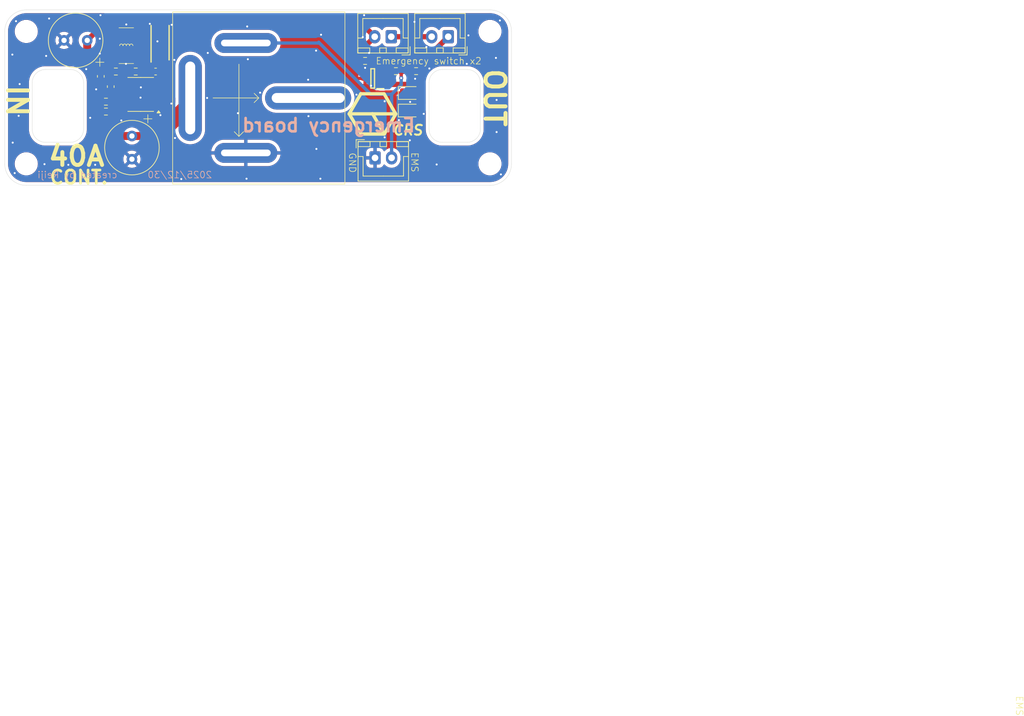
<source format=kicad_pcb>
(kicad_pcb (version 20240108) (generator "pcbnew") (generator_version "8.0")
  (layers (0 "F.Cu" signal) (31 "B.Cu" signal) (34 "B.Paste" user) (35 "F.Paste" user) (36 "B.SilkS" user "B.Silkscreen") (37 "F.SilkS" user "F.Silkscreen") (38 "B.Mask" user) (39 "F.Mask" user) (44 "Edge.Cuts" user))
  (net 0 "")
  (net 1 "GND")
  (net 2 "Net-(U1-TC)")
  (net 3 "Net-(J1-Pin_2)")
  (net 4 "24V")
  (net 5 "Net-(D1-K)")
  (net 6 "Net-(D2-A)")
  (net 7 "Net-(D3-A)")
  (net 8 "Net-(J1-Pin_1)")
  (net 9 "Net-(J2-Pin_2)")
  (net 10 "Net-(Q1-B)")
  (net 11 "Net-(U1-DC)")
  (net 12 "Net-(U1-Vfb)")
  (footprint "Capacitor_SMD:C_0603_1608Metric" (layer "F.Cu") (at 34.5 30.035 -90)
    (property "Reference" "C5" (hide yes))
    (property "Value" "100n")
    (fp_line (start -0.14058 0.51) (end 0.14058 0.51) (stroke (width 0.12)) (layer "F.SilkS"))
    (fp_line (start -0.14058 -0.51) (end 0.14058 -0.51) (stroke (width 0.12)) (layer "F.SilkS"))
    (pad "1" smd roundrect (at -0.775 0 270) (size 0.9 0.95) (layers "F.Cu" "F.Paste" "F.Mask") (net 3 "Net-(J1-Pin_2)"))
    (pad "2" smd roundrect (at 0.775 0 270) (size 0.9 0.95) (layers "F.Cu" "F.Paste" "F.Mask") (net 1 "GND"))
  )
  (footprint "LED_SMD:LED_0805_2012Metric" (layer "F.Cu") (at 81.1 35.2)
    (property "Reference" "D2" (hide yes))
    (property "Value" "GREEN")
    (fp_line (start -1.685 -0.96) (end -1.685 0.96) (stroke (width 0.12)) (layer "F.SilkS"))
    (fp_line (start -1.685 0.96) (end 1 0.96) (stroke (width 0.12)) (layer "F.SilkS"))
    (fp_line (start 1 -0.96) (end -1.685 -0.96) (stroke (width 0.12)) (layer "F.SilkS"))
    (pad "1" smd roundrect (at -0.9375 0) (size 0.975 1.4) (layers "F.Cu" "F.Paste" "F.Mask") (net 1 "GND"))
    (pad "2" smd roundrect (at 0.9375 0) (size 0.975 1.4) (layers "F.Cu" "F.Paste" "F.Mask") (net 6 "Net-(D2-A)"))
  )
  (footprint "Capacitor_SMD:C_0603_1608Metric" (layer "F.Cu") (at 42.775 29.31 180)
    (property "Reference" "C1" (hide yes))
    (property "Value" "470p")
    (fp_line (start -0.14058 0.51) (end 0.14058 0.51) (stroke (width 0.12)) (layer "F.SilkS"))
    (fp_line (start -0.14058 -0.51) (end 0.14058 -0.51) (stroke (width 0.12)) (layer "F.SilkS"))
    (pad "1" smd roundrect (at -0.775 0 180) (size 0.9 0.95) (layers "F.Cu" "F.Paste" "F.Mask") (net 2 "Net-(U1-TC)"))
    (pad "2" smd roundrect (at 0.775 0 180) (size 0.9 0.95) (layers "F.Cu" "F.Paste" "F.Mask") (net 1 "GND"))
  )
  (footprint "LED_SMD:LED_0805_2012Metric" (layer "F.Cu") (at 81.1 32.55)
    (property "Reference" "D3" (hide yes))
    (property "Value" "RED")
    (fp_line (start -1.685 -0.96) (end -1.685 0.96) (stroke (width 0.12)) (layer "F.SilkS"))
    (fp_line (start -1.685 0.96) (end 1 0.96) (stroke (width 0.12)) (layer "F.SilkS"))
    (fp_line (start 1 -0.96) (end -1.685 -0.96) (stroke (width 0.12)) (layer "F.SilkS"))
    (pad "1" smd roundrect (at -0.9375 0) (size 0.975 1.4) (layers "F.Cu" "F.Paste" "F.Mask") (net 1 "GND"))
    (pad "2" smd roundrect (at 0.9375 0) (size 0.975 1.4) (layers "F.Cu" "F.Paste" "F.Mask") (net 7 "Net-(D3-A)"))
  )
  (footprint "Package_SO:SOIC-8_3.9x4.9mm_P1.27mm" (layer "F.Cu") (at 40.525 32.765 180)
    (property "Reference" "U1" (hide yes))
    (property "Value" "MC34063AD")
    (fp_line (start 0 2.56) (end 1.95 2.56) (stroke (width 0.12)) (layer "F.SilkS"))
    (fp_line (start 0 2.56) (end -1.95 2.56) (stroke (width 0.12)) (layer "F.SilkS"))
    (fp_line (start 0 -2.56) (end 1.95 -2.56) (stroke (width 0.12)) (layer "F.SilkS"))
    (fp_line (start 0 -2.56) (end -1.95 -2.56) (stroke (width 0.12)) (layer "F.SilkS"))
    (fp_poly (pts (xy -2.7 -2.465) (xy -2.94 -2.795) (xy -2.46 -2.795) (xy -2.7 -2.465)) (stroke (width 0.12)) (fill solid) (layer "F.SilkS"))
    (pad "1" smd roundrect (at -2.475 -1.905 180) (size 1.95 0.6) (layers "F.Cu" "F.Paste" "F.Mask") (net 11 "Net-(U1-DC)"))
    (pad "2" smd roundrect (at -2.475 -0.635 180) (size 1.95 0.6) (layers "F.Cu" "F.Paste" "F.Mask") (net 5 "Net-(D1-K)"))
    (pad "3" smd roundrect (at -2.475 0.635 180) (size 1.95 0.6) (layers "F.Cu" "F.Paste" "F.Mask") (net 2 "Net-(U1-TC)"))
    (pad "4" smd roundrect (at -2.475 1.905 180) (size 1.95 0.6) (layers "F.Cu" "F.Paste" "F.Mask") (net 1 "GND"))
    (pad "5" smd roundrect (at 2.475 1.905 180) (size 1.95 0.6) (layers "F.Cu" "F.Paste" "F.Mask") (net 12 "Net-(U1-Vfb)"))
    (pad "6" smd roundrect (at 2.475 0.635 180) (size 1.95 0.6) (layers "F.Cu" "F.Paste" "F.Mask") (net 4 "24V"))
    (pad "7" smd roundrect (at 2.475 -0.635 180) (size 1.95 0.6) (layers "F.Cu" "F.Paste" "F.Mask") (net 11 "Net-(U1-DC)"))
    (pad "8" smd roundrect (at 2.475 -1.905 180) (size 1.95 0.6) (layers "F.Cu" "F.Paste" "F.Mask") (net 11 "Net-(U1-DC)"))
  )
  (footprint "MountingHole:MountingHole_3mm" (layer "F.Cu") (at 23.25 43.25)
    (property "Reference" "REF**" (hide yes))
    (property "Value" "MountingHole_3mm" (hide yes))
    (pad "" np_thru_hole circle (at 0 0) (size 3 3) (drill 3) (layers "*.Cu" "*.Mask"))
  )
  (footprint "Resistor_SMD:R_0603_1608Metric" (layer "F.Cu") (at 39.775 29.31 180)
    (property "Reference" "R3" (hide yes))
    (property "Value" "1.5k")
    (fp_line (start -0.237258 0.5225) (end 0.237258 0.5225) (stroke (width 0.12)) (layer "F.SilkS"))
    (fp_line (start -0.237258 -0.5225) (end 0.237258 -0.5225) (stroke (width 0.12)) (layer "F.SilkS"))
    (pad "1" smd roundrect (at -0.825 0 180) (size 0.8 0.95) (layers "F.Cu" "F.Paste" "F.Mask") (net 1 "GND"))
    (pad "2" smd roundrect (at 0.825 0 180) (size 0.8 0.95) (layers "F.Cu" "F.Paste" "F.Mask") (net 12 "Net-(U1-Vfb)"))
  )
  (footprint "Resistor_SMD:R_0603_1608Metric" (layer "F.Cu") (at 79.05 29.25 180)
    (property "Reference" "R7" (hide yes))
    (property "Value" "10k")
    (fp_line (start -0.237258 0.5225) (end 0.237258 0.5225) (stroke (width 0.12)) (layer "F.SilkS"))
    (fp_line (start -0.237258 -0.5225) (end 0.237258 -0.5225) (stroke (width 0.12)) (layer "F.SilkS"))
    (pad "1" smd roundrect (at -0.825 0 180) (size 0.8 0.95) (layers "F.Cu" "F.Paste" "F.Mask") (net 9 "Net-(J2-Pin_2)"))
    (pad "2" smd roundrect (at 0.825 0 180) (size 0.8 0.95) (layers "F.Cu" "F.Paste" "F.Mask") (net 10 "Net-(Q1-B)"))
  )
  (footprint "Connector_JST:JST_XH_B2B-XH-A_1x02_P2.50mm_Vertical" (layer "F.Cu") (at 86.95 24.05 180)
    (property "Reference" "J3" (hide yes))
    (property "Value" "Conn_01x02_Pin")
    (fp_line (start 5.06 3.51) (end 5.06 -2.46) (stroke (width 0.12)) (layer "F.SilkS"))
    (fp_line (start 5.06 -2.46) (end -2.56 -2.46) (stroke (width 0.12)) (layer "F.SilkS"))
    (fp_line (start 5.05 -0.2) (end 4.3 -0.2) (stroke (width 0.12)) (layer "F.SilkS"))
    (fp_line (start 5.05 -1.7) (end 5.05 -2.45) (stroke (width 0.12)) (layer "F.SilkS"))
    (fp_line (start 5.05 -2.45) (end 3.25 -2.45) (stroke (width 0.12)) (layer "F.SilkS"))
    (fp_line (start 4.3 2.75) (end 1.25 2.75) (stroke (width 0.12)) (layer "F.SilkS"))
    (fp_line (start 4.3 -0.2) (end 4.3 2.75) (stroke (width 0.12)) (layer "F.SilkS"))
    (fp_line (start 3.25 -1.7) (end 5.05 -1.7) (stroke (width 0.12)) (layer "F.SilkS"))
    (fp_line (start 3.25 -2.45) (end 3.25 -1.7) (stroke (width 0.12)) (layer "F.SilkS"))
    (fp_line (start 1.75 -1.7) (end 1.75 -2.45) (stroke (width 0.12)) (layer "F.SilkS"))
    (fp_line (start 1.75 -2.45) (end 0.75 -2.45) (stroke (width 0.12)) (layer "F.SilkS"))
    (fp_line (start 0.75 -1.7) (end 1.75 -1.7) (stroke (width 0.12)) (layer "F.SilkS"))
    (fp_line (start 0.75 -2.45) (end 0.75 -1.7) (stroke (width 0.12)) (layer "F.SilkS"))
    (fp_line (start -0.75 -1.7) (end -0.75 -2.45) (stroke (width 0.12)) (layer "F.SilkS"))
    (fp_line (start -0.75 -2.45) (end -2.55 -2.45) (stroke (width 0.12)) (layer "F.SilkS"))
    (fp_line (start -1.6 -2.75) (end -2.85 -2.75) (stroke (width 0.12)) (layer "F.SilkS"))
    (fp_line (start -1.8 2.75) (end 1.25 2.75) (stroke (width 0.12)) (layer "F.SilkS"))
    (fp_line (start -1.8 -0.2) (end -1.8 2.75) (stroke (width 0.12)) (layer "F.SilkS"))
    (fp_line (start -2.55 -0.2) (end -1.8 -0.2) (stroke (width 0.12)) (layer "F.SilkS"))
    (fp_line (start -2.55 -1.7) (end -0.75 -1.7) (stroke (width 0.12)) (layer "F.SilkS"))
    (fp_line (start -2.55 -2.45) (end -2.55 -1.7) (stroke (width 0.12)) (layer "F.SilkS"))
    (fp_line (start -2.56 3.51) (end 5.06 3.51) (stroke (width 0.12)) (layer "F.SilkS"))
    (fp_line (start -2.56 -2.46) (end -2.56 3.51) (stroke (width 0.12)) (layer "F.SilkS"))
    (fp_line (start -2.85 -2.75) (end -2.85 -1.5) (stroke (width 0.12)) (layer "F.SilkS"))
    (pad "1" thru_hole roundrect (at 0 0 180) (size 1.7 2) (drill 1) (layers "*.Cu" "*.Mask") (roundrect_rratio 0.147059) (net 9 "Net-(J2-Pin_2)"))
    (pad "2" thru_hole oval (at 2.5 0 180) (size 1.7 2) (drill 1) (layers "*.Cu" "*.Mask") (net 8 "Net-(J1-Pin_1)"))
  )
  (footprint "AAA:relay_897_1AH_C_001" (layer "F.Cu") (at 58.35 33.3)
    (property "Reference" "K1" (hide yes))
    (property "Value" "Fujitsu_FTR-LYAA005x")
    (fp_line (start -6.9 0) (end 0 0) (stroke (width 0.1)) (layer "F.SilkS"))
    (fp_line (start -3 -5.1) (end -3 5.8) (stroke (width 0.1)) (layer "F.SilkS"))
    (fp_line (start -3 5.8) (end -3.7 5.1) (stroke (width 0.1)) (layer "F.SilkS"))
    (fp_line (start -3 5.8) (end -2.3 5.1) (stroke (width 0.1)) (layer "F.SilkS"))
    (fp_line (start 0 0) (end -0.7 -0.7) (stroke (width 0.1)) (layer "F.SilkS"))
    (fp_line (start 0 0) (end -0.7 0.7) (stroke (width 0.1)) (layer "F.SilkS"))
    (fp_rect (start -13 -13) (end 13 13) (stroke (width 0.1)) (fill none) (layer "F.SilkS"))
    (pad "1" thru_hole oval (at -10.35 0) (size 3.5 13) (drill oval 1.5 11) (layers "*.Cu" "*.Mask") (net 4 "24V"))
    (pad "2" thru_hole oval (at 7.45 0) (size 13 3.5) (drill oval 11 1.5) (layers "*.Cu" "*.Mask"))
    (pad "3" thru_hole oval (at -1.95 -8.3) (size 9.5 3) (drill oval 7.5 1) (layers "*.Cu" "*.Mask") (net 9 "Net-(J2-Pin_2)"))
    (pad "4" thru_hole oval (at -1.95 8.3) (size 9.5 3) (drill oval 7.5 1) (layers "*.Cu" "*.Mask") (net 1 "GND"))
  )
  (footprint "AAA:SOT95P240X120-3N" (layer "F.Cu") (at 75.55 30.35 180)
    (property "Reference" "Q1" (hide yes))
    (property "Value" "NPN" (hide yes))
    (fp_line (start 0.275 1.46) (end -0.275 1.46) (stroke (width 0.2)) (layer "F.SilkS"))
    (fp_line (start 0.275 -1.46) (end 0.275 1.46) (stroke (width 0.2)) (layer "F.SilkS"))
    (fp_line (start -0.275 1.46) (end -0.275 -1.46) (stroke (width 0.2)) (layer "F.SilkS"))
    (fp_line (start -0.275 -1.46) (end 0.275 -1.46) (stroke (width 0.2)) (layer "F.SilkS"))
    (fp_line (start -1.675 -1.55) (end -0.625 -1.55) (stroke (width 0.2)) (layer "F.SilkS"))
    (pad "1" smd rect (at -1.15 -0.95 270) (size 0.7 1.05) (layers "F.Cu" "F.Paste" "F.Mask") (net 7 "Net-(D3-A)"))
    (pad "2" smd rect (at -1.15 0.95 270) (size 0.7 1.05) (layers "F.Cu" "F.Paste" "F.Mask") (net 10 "Net-(Q1-B)"))
    (pad "3" smd rect (at 1.15 0 270) (size 0.7 1.05) (layers "F.Cu" "F.Paste" "F.Mask") (net 1 "GND"))
  )
  (footprint "Capacitor_THT:C_Radial_D8.0mm_H7.0mm_P3.50mm" (layer "F.Cu") (at 39.2 39.05 -90)
    (property "Reference" "C3" (hide yes))
    (property "Value" "220u")
    (fp_circle (center 1.75 0) (end 5.87 0) (stroke (width 0.12)) (fill none) (layer "F.SilkS"))
    (pad "1" thru_hole circle (at 0 0 270) (size 1.6 1.6) (drill 0.8) (layers "*.Cu" "*.Mask") (net 4 "24V"))
    (pad "2" thru_hole circle (at 3.5 0 270) (size 1.6 1.6) (drill 0.8) (layers "*.Cu" "*.Mask") (net 1 "GND"))
  )
  (footprint "MountingHole:MountingHole_3mm" (layer "F.Cu") (at 93.25 23.25)
    (property "Reference" "REF**" (hide yes))
    (property "Value" "MountingHole_3mm" (hide yes))
    (pad "" np_thru_hole circle (at 0 0) (size 3 3) (drill 3) (layers "*.Cu" "*.Mask"))
  )
  (footprint "Resistor_SMD:R_0603_1608Metric" (layer "F.Cu") (at 82.1 29.25 180)
    (property "Reference" "R5" (hide yes))
    (property "Value" "4.7k")
    (fp_line (start -0.237258 0.5225) (end 0.237258 0.5225) (stroke (width 0.12)) (layer "F.SilkS"))
    (fp_line (start -0.237258 -0.5225) (end 0.237258 -0.5225) (stroke (width 0.12)) (layer "F.SilkS"))
    (pad "1" smd roundrect (at -0.825 0 180) (size 0.8 0.95) (layers "F.Cu" "F.Paste" "F.Mask") (net 6 "Net-(D2-A)"))
    (pad "2" smd roundrect (at 0.825 0 180) (size 0.8 0.95) (layers "F.Cu" "F.Paste" "F.Mask") (net 9 "Net-(J2-Pin_2)"))
  )
  (footprint "Resistor_SMD:R_0603_1608Metric" (layer "F.Cu") (at 36.775 29.31 180)
    (property "Reference" "R4" (hide yes))
    (property "Value" "13k")
    (fp_line (start -0.237258 0.5225) (end 0.237258 0.5225) (stroke (width 0.12)) (layer "F.SilkS"))
    (fp_line (start -0.237258 -0.5225) (end 0.237258 -0.5225) (stroke (width 0.12)) (layer "F.SilkS"))
    (pad "1" smd roundrect (at -0.825 0 180) (size 0.8 0.95) (layers "F.Cu" "F.Paste" "F.Mask") (net 12 "Net-(U1-Vfb)"))
    (pad "2" smd roundrect (at 0.825 0 180) (size 0.8 0.95) (layers "F.Cu" "F.Paste" "F.Mask") (net 3 "Net-(J1-Pin_2)"))
  )
  (footprint "Resistor_SMD:R_0603_1608Metric" (layer "F.Cu") (at 35.275 35.36)
    (property "Reference" "R2" (hide yes))
    (property "Value" "1")
    (fp_line (start -0.237258 -0.5225) (end 0.237258 -0.5225) (stroke (width 0.12)) (layer "F.SilkS"))
    (fp_line (start -0.237258 0.5225) (end 0.237258 0.5225) (stroke (width 0.12)) (layer "F.SilkS"))
    (pad "1" smd roundrect (at -0.825 0) (size 0.8 0.95) (layers "F.Cu" "F.Paste" "F.Mask") (net 4 "24V"))
    (pad "2" smd roundrect (at 0.825 0) (size 0.8 0.95) (layers "F.Cu" "F.Paste" "F.Mask") (net 11 "Net-(U1-DC)"))
  )
  (footprint "AAA:DIOM5227X270N" (layer "F.Cu") (at 43.45 24.95 90)
    (property "Reference" "D1" (hide yes))
    (property "Value" "D_Schottky_Filled" (hide yes))
    (fp_line (start 2.6 -1.362) (end -2.925 -1.362) (stroke (width 0.2)) (layer "F.SilkS"))
    (fp_line (start -2.6 1.362) (end 2.6 1.362) (stroke (width 0.2)) (layer "F.SilkS"))
    (pad "1" smd rect (at -2.15 0 180) (size 1.55 2.35) (layers "F.Cu" "F.Paste" "F.Mask") (net 5 "Net-(D1-K)"))
    (pad "2" smd rect (at 2.15 0 180) (size 1.55 2.35) (layers "F.Cu" "F.Paste" "F.Mask") (net 1 "GND"))
  )
  (footprint "Resistor_SMD:R_0603_1608Metric" (layer "F.Cu") (at 74.4 27.7 180)
    (property "Reference" "R6" (hide yes))
    (property "Value" "2.2k")
    (fp_line (start -0.237258 0.5225) (end 0.237258 0.5225) (stroke (width 0.12)) (layer "F.SilkS"))
    (fp_line (start -0.237258 -0.5225) (end 0.237258 -0.5225) (stroke (width 0.12)) (layer "F.SilkS"))
    (pad "1" smd roundrect (at -0.825 0 180) (size 0.8 0.95) (layers "F.Cu" "F.Paste" "F.Mask") (net 7 "Net-(D3-A)"))
    (pad "2" smd roundrect (at 0.825 0 180) (size 0.8 0.95) (layers "F.Cu" "F.Paste" "F.Mask") (net 3 "Net-(J1-Pin_2)"))
  )
  (footprint "AAA:my_L_1" (layer "F.Cu") (at 38.35 25.4)
    (property "Reference" "L1" (hide yes))
    (property "Value" "220u")
    (fp_line (start -1.1 -2.7) (end 1.1 -2.7) (stroke (width 0.1)) (layer "F.SilkS"))
    (fp_line (start -1.1 2.7) (end 1.1 2.7) (stroke (width 0.1)) (layer "F.SilkS"))
    (fp_arc (start -1 0) (mid -0.75 -0.25) (end -0.5 0) (stroke (width 0.1)) (layer "F.SilkS"))
    (fp_arc (start -0.5 0) (mid -0.25 -0.25) (end 0 0) (stroke (width 0.1)) (layer "F.SilkS"))
    (fp_arc (start 0 0) (mid 0.25 -0.25) (end 0.5 0) (stroke (width 0.1)) (layer "F.SilkS"))
    (fp_arc (start 0.5 0) (mid 0.75 -0.25) (end 1 0) (stroke (width 0.1)) (layer "F.SilkS"))
    (pad "1" smd rect (at 2.15 0) (size 2 5.5) (layers "F.Cu" "F.Paste" "F.Mask") (net 5 "Net-(D1-K)"))
    (pad "2" smd rect (at -2.15 0) (size 2 5.5) (layers "F.Cu" "F.Paste" "F.Mask") (net 3 "Net-(J1-Pin_2)"))
  )
  (footprint "Connector_JST:JST_XH_B2B-XH-A_1x02_P2.50mm_Vertical" (layer "F.Cu") (at 75.9 42.35)
    (property "Reference" "J2" (hide yes))
    (property "Value" "Conn_01x02_Pin")
    (fp_line (start -2.85 -2.75) (end -2.85 -1.5) (stroke (width 0.12)) (layer "F.SilkS"))
    (fp_line (start -2.56 -2.46) (end -2.56 3.51) (stroke (width 0.12)) (layer "F.SilkS"))
    (fp_line (start -2.56 3.51) (end 5.06 3.51) (stroke (width 0.12)) (layer "F.SilkS"))
    (fp_line (start -2.55 -2.45) (end -2.55 -1.7) (stroke (width 0.12)) (layer "F.SilkS"))
    (fp_line (start -2.55 -1.7) (end -0.75 -1.7) (stroke (width 0.12)) (layer "F.SilkS"))
    (fp_line (start -2.55 -0.2) (end -1.8 -0.2) (stroke (width 0.12)) (layer "F.SilkS"))
    (fp_line (start -1.8 -0.2) (end -1.8 2.75) (stroke (width 0.12)) (layer "F.SilkS"))
    (fp_line (start -1.8 2.75) (end 1.25 2.75) (stroke (width 0.12)) (layer "F.SilkS"))
    (fp_line (start -1.6 -2.75) (end -2.85 -2.75) (stroke (width 0.12)) (layer "F.SilkS"))
    (fp_line (start -0.75 -2.45) (end -2.55 -2.45) (stroke (width 0.12)) (layer "F.SilkS"))
    (fp_line (start -0.75 -1.7) (end -0.75 -2.45) (stroke (width 0.12)) (layer "F.SilkS"))
    (fp_line (start 0.75 -2.45) (end 0.75 -1.7) (stroke (width 0.12)) (layer "F.SilkS"))
    (fp_line (start 0.75 -1.7) (end 1.75 -1.7) (stroke (width 0.12)) (layer "F.SilkS"))
    (fp_line (start 1.75 -2.45) (end 0.75 -2.45) (stroke (width 0.12)) (layer "F.SilkS"))
    (fp_line (start 1.75 -1.7) (end 1.75 -2.45) (stroke (width 0.12)) (layer "F.SilkS"))
    (fp_line (start 3.25 -2.45) (end 3.25 -1.7) (stroke (width 0.12)) (layer "F.SilkS"))
    (fp_line (start 3.25 -1.7) (end 5.05 -1.7) (stroke (width 0.12)) (layer "F.SilkS"))
    (fp_line (start 4.3 -0.2) (end 4.3 2.75) (stroke (width 0.12)) (layer "F.SilkS"))
    (fp_line (start 4.3 2.75) (end 1.25 2.75) (stroke (width 0.12)) (layer "F.SilkS"))
    (fp_line (start 5.05 -2.45) (end 3.25 -2.45) (stroke (width 0.12)) (layer "F.SilkS"))
    (fp_line (start 5.05 -1.7) (end 5.05 -2.45) (stroke (width 0.12)) (layer "F.SilkS"))
    (fp_line (start 5.05 -0.2) (end 4.3 -0.2) (stroke (width 0.12)) (layer "F.SilkS"))
    (fp_line (start 5.06 -2.46) (end -2.56 -2.46) (stroke (width 0.12)) (layer "F.SilkS"))
    (fp_line (start 5.06 3.51) (end 5.06 -2.46) (stroke (width 0.12)) (layer "F.SilkS"))
    (pad "1" thru_hole roundrect (at 0 0) (size 1.7 2) (drill 1) (layers "*.Cu" "*.Mask") (roundrect_rratio 0.147059) (net 1 "GND"))
    (pad "2" thru_hole oval (at 2.5 0) (size 1.7 2) (drill 1) (layers "*.Cu" "*.Mask") (net 9 "Net-(J2-Pin_2)"))
  )
  (footprint "Resistor_SMD:R_0603_1608Metric" (layer "F.Cu") (at 35.275 33.86)
    (property "Reference" "R1" (hide yes))
    (property "Value" "1")
    (fp_line (start -0.237258 -0.5225) (end 0.237258 -0.5225) (stroke (width 0.12)) (layer "F.SilkS"))
    (fp_line (start -0.237258 0.5225) (end 0.237258 0.5225) (stroke (width 0.12)) (layer "F.SilkS"))
    (pad "1" smd roundrect (at -0.825 0) (size 0.8 0.95) (layers "F.Cu" "F.Paste" "F.Mask") (net 4 "24V"))
    (pad "2" smd roundrect (at 0.825 0) (size 0.8 0.95) (layers "F.Cu" "F.Paste" "F.Mask") (net 11 "Net-(U1-DC)"))
  )
  (footprint "MountingHole:MountingHole_3mm" (layer "F.Cu") (at 93.25 43.25)
    (property "Reference" "REF**" (hide yes))
    (property "Value" "MountingHole_3mm" (hide yes))
    (pad "" np_thru_hole circle (at 0 0) (size 3 3) (drill 3) (layers "*.Cu" "*.Mask"))
  )
  (footprint "Capacitor_THT:C_Radial_D8.0mm_H7.0mm_P3.50mm" (layer "F.Cu") (at 32.45 24.6 180)
    (property "Reference" "C2" (hide yes))
    (property "Value" "220u")
    (fp_circle (center 1.75 0) (end 5.87 0) (stroke (width 0.12)) (fill none) (layer "F.SilkS"))
    (pad "1" thru_hole circle (at 0 0 180) (size 1.6 1.6) (drill 0.8) (layers "*.Cu" "*.Mask") (net 3 "Net-(J1-Pin_2)"))
    (pad "2" thru_hole circle (at 3.5 0 180) (size 1.6 1.6) (drill 0.8) (layers "*.Cu" "*.Mask") (net 1 "GND"))
  )
  (footprint "Capacitor_SMD:C_0603_1608Metric" (layer "F.Cu") (at 36 31.585 90)
    (property "Reference" "C4" (hide yes))
    (property "Value" "100n")
    (fp_line (start -0.14058 -0.51) (end 0.14058 -0.51) (stroke (width 0.12)) (layer "F.SilkS"))
    (fp_line (start -0.14058 0.51) (end 0.14058 0.51) (stroke (width 0.12)) (layer "F.SilkS"))
    (pad "1" smd roundrect (at -0.775 0 90) (size 0.9 0.95) (layers "F.Cu" "F.Paste" "F.Mask") (net 4 "24V"))
    (pad "2" smd roundrect (at 0.775 0 90) (size 0.9 0.95) (layers "F.Cu" "F.Paste" "F.Mask") (net 1 "GND"))
  )
  (footprint "MountingHole:MountingHole_3mm" (layer "F.Cu") (at 23.25 23.25)
    (property "Reference" "REF**" (hide yes))
    (property "Value" "MountingHole_3mm" (hide yes))
    (pad "" np_thru_hole circle (at 0 0) (size 3 3) (drill 3) (layers "*.Cu" "*.Mask"))
  )
  (footprint "Connector_JST:JST_XH_B2B-XH-A_1x02_P2.50mm_Vertical" (layer "F.Cu") (at 78.35 24.05 180)
    (property "Reference" "J1" (hide yes))
    (property "Value" "Conn_01x02_Pin")
    (fp_line (start 5.06 3.51) (end 5.06 -2.46) (stroke (width 0.12)) (layer "F.SilkS"))
    (fp_line (start 5.06 -2.46) (end -2.56 -2.46) (stroke (width 0.12)) (layer "F.SilkS"))
    (fp_line (start 5.05 -0.2) (end 4.3 -0.2) (stroke (width 0.12)) (layer "F.SilkS"))
    (fp_line (start 5.05 -1.7) (end 5.05 -2.45) (stroke (width 0.12)) (layer "F.SilkS"))
    (fp_line (start 5.05 -2.45) (end 3.25 -2.45) (stroke (width 0.12)) (layer "F.SilkS"))
    (fp_line (start 4.3 2.75) (end 1.25 2.75) (stroke (width 0.12)) (layer "F.SilkS"))
    (fp_line (start 4.3 -0.2) (end 4.3 2.75) (stroke (width 0.12)) (layer "F.SilkS"))
    (fp_line (start 3.25 -1.7) (end 5.05 -1.7) (stroke (width 0.12)) (layer "F.SilkS"))
    (fp_line (start 3.25 -2.45) (end 3.25 -1.7) (stroke (width 0.12)) (layer "F.SilkS"))
    (fp_line (start 1.75 -1.7) (end 1.75 -2.45) (stroke (width 0.12)) (layer "F.SilkS"))
    (fp_line (start 1.75 -2.45) (end 0.75 -2.45) (stroke (width 0.12)) (layer "F.SilkS"))
    (fp_line (start 0.75 -1.7) (end 1.75 -1.7) (stroke (width 0.12)) (layer "F.SilkS"))
    (fp_line (start 0.75 -2.45) (end 0.75 -1.7) (stroke (width 0.12)) (layer "F.SilkS"))
    (fp_line (start -0.75 -1.7) (end -0.75 -2.45) (stroke (width 0.12)) (layer "F.SilkS"))
    (fp_line (start -0.75 -2.45) (end -2.55 -2.45) (stroke (width 0.12)) (layer "F.SilkS"))
    (fp_line (start -1.6 -2.75) (end -2.85 -2.75) (stroke (width 0.12)) (layer "F.SilkS"))
    (fp_line (start -1.8 2.75) (end 1.25 2.75) (stroke (width 0.12)) (layer "F.SilkS"))
    (fp_line (start -1.8 -0.2) (end -1.8 2.75) (stroke (width 0.12)) (layer "F.SilkS"))
    (fp_line (start -2.55 -0.2) (end -1.8 -0.2) (stroke (width 0.12)) (layer "F.SilkS"))
    (fp_line (start -2.55 -1.7) (end -0.75 -1.7) (stroke (width 0.12)) (layer "F.SilkS"))
    (fp_line (start -2.55 -2.45) (end -2.55 -1.7) (stroke (width 0.12)) (layer "F.SilkS"))
    (fp_line (start -2.56 3.51) (end 5.06 3.51) (stroke (width 0.12)) (layer "F.SilkS"))
    (fp_line (start -2.56 -2.46) (end -2.56 3.51) (stroke (width 0.12)) (layer "F.SilkS"))
    (fp_line (start -2.85 -2.75) (end -2.85 -1.5) (stroke (width 0.12)) (layer "F.SilkS"))
    (pad "1" thru_hole roundrect (at 0 0 180) (size 1.7 2) (drill 1) (layers "*.Cu" "*.Mask") (roundrect_rratio 0.147059) (net 8 "Net-(J1-Pin_1)"))
    (pad "2" thru_hole oval (at 2.5 0 180) (size 1.7 2) (drill 1) (layers "*.Cu" "*.Mask") (net 3 "Net-(J1-Pin_2)"))
  )
  (gr_line (start 77.2 38.6) (end 75.55 35.718911) (stroke (width 0.5)) (layer "F.SilkS"))
  (gr_line (start 79.025 35.715544) (end 77.275 32.684455) (stroke (width 0.5)) (layer "F.SilkS"))
  (gr_line (start 72 35.7) (end 73.75 32.668911) (stroke (width 0.5)) (layer "F.SilkS"))
  (gr_line (start 41.6 37.075) (end 41.6 35.825) (stroke (width 0.1)) (layer "F.SilkS"))
  (gr_line (start 73.75 32.668911) (end 77.25 32.668911) (stroke (width 0.5)) (layer "F.SilkS"))
  (gr_line (start 33.725 27.9) (end 34.975 27.9) (stroke (width 0.1)) (layer "F.SilkS"))
  (gr_line (start 77.3 38.75) (end 79.025 35.734455) (stroke (width 0.5)) (layer "F.SilkS"))
  (gr_line (start 40.975 36.45) (end 42.225 36.45) (stroke (width 0.1)) (layer "F.SilkS"))
  (gr_line (start 72 35.7) (end 75.5 35.7) (stroke (width 0.5)) (layer "F.SilkS"))
  (gr_line (start 34.35 28.525) (end 34.35 27.275) (stroke (width 0.1)) (layer "F.SilkS"))
  (gr_line (start 73.8 38.75) (end 77.3 38.75) (stroke (width 0.5)) (layer "F.SilkS"))
  (gr_line (start 73.775 38.715544) (end 72 35.7) (stroke (width 0.5)) (layer "F.SilkS"))
  (gr_line (start 75.5 35.7) (end 79 35.7) (stroke (width 0.5)) (layer "F.SilkS"))
  (gr_line (start 26.15 29) (end 29.9 29) (stroke (width 0.05)) (layer "Edge.Cuts"))
  (gr_arc (start 29.9 29) (mid 31.314214 29.585786) (end 31.9 31) (stroke (width 0.05)) (layer "Edge.Cuts"))
  (gr_arc (start 91.8 38) (mid 91.214214 39.414214) (end 89.8 40) (stroke (width 0.05)) (layer "Edge.Cuts"))
  (gr_arc (start 24.15 31) (mid 24.735786 29.585786) (end 26.15 29) (stroke (width 0.05)) (layer "Edge.Cuts"))
  (gr_line (start 23.248097 46.501903) (end 93.251903 46.501903) (stroke (width 0.05)) (layer "Edge.Cuts"))
  (gr_line (start 91.8 38) (end 91.8 31) (stroke (width 0.05)) (layer "Edge.Cuts"))
  (gr_arc (start 23.248097 46.501903) (mid 20.95 45.55) (end 19.998097 43.251903) (stroke (width 0.05)) (layer "Edge.Cuts"))
  (gr_arc (start 26.15 40) (mid 24.735786 39.414214) (end 24.15 38) (stroke (width 0.05)) (layer "Edge.Cuts"))
  (gr_line (start 93.25 20) (end 23.248097 19.998097) (stroke (width 0.05)) (layer "Edge.Cuts"))
  (gr_arc (start 89.8 29) (mid 91.214214 29.585786) (end 91.8 31) (stroke (width 0.05)) (layer "Edge.Cuts"))
  (gr_line (start 19.998097 23.248097) (end 19.998097 43.251903) (stroke (width 0.05)) (layer "Edge.Cuts"))
  (gr_line (start 26.15 40) (end 29.9 40) (stroke (width 0.05)) (layer "Edge.Cuts"))
  (gr_arc (start 84.05 31) (mid 84.635786 29.585786) (end 86.05 29) (stroke (width 0.05)) (layer "Edge.Cuts"))
  (gr_arc (start 96.501903 43.251903) (mid 95.55 45.55) (end 93.251903 46.501903) (stroke (width 0.05)) (layer "Edge.Cuts"))
  (gr_line (start 86.05 29) (end 89.8 29) (stroke (width 0.05)) (layer "Edge.Cuts"))
  (gr_line (start 31.9 38) (end 31.9 31) (stroke (width 0.05)) (layer "Edge.Cuts"))
  (gr_line (start 86.05 40) (end 89.8 40) (stroke (width 0.05)) (layer "Edge.Cuts"))
  (gr_arc (start 19.998097 23.248097) (mid 20.95 20.95) (end 23.248097 19.998097) (stroke (width 0.05)) (layer "Edge.Cuts"))
  (gr_line (start 96.501903 43.251903) (end 96.5 23.25) (stroke (width 0.05)) (layer "Edge.Cuts"))
  (gr_arc (start 86.05 40) (mid 84.635786 39.414214) (end 84.05 38) (stroke (width 0.05)) (layer "Edge.Cuts"))
  (gr_line (start 84.05 31) (end 84.05 38) (stroke (width 0.05)) (layer "Edge.Cuts"))
  (gr_arc (start 31.9 38) (mid 31.314214 39.414214) (end 29.9 40) (stroke (width 0.05)) (layer "Edge.Cuts"))
  (gr_arc (start 93.251903 19.998097) (mid 95.55 20.95) (end 96.501903 23.248097) (stroke (width 0.05)) (layer "Edge.Cuts"))
  (gr_line (start 24.15 31) (end 24.15 38) (stroke (width 0.05)) (layer "Edge.Cuts"))
  (gr_text "2025/12/30" (at 51.35 45.5 -0) (layer "B.SilkS") (effects (font (size 1 1) (thickness 0.1)) (justify left bottom mirror)))
  (gr_text "created by Reiji" (at 37.05 45.5 -0) (layer "B.SilkS") (effects (font (size 1 1) (thickness 0.1)) (justify left bottom mirror)))
  (gr_text "Emergency board" (at 82.15 38.6 -0) (layer "B.SilkS") (effects (font (size 2 2) (thickness 0.4) (bold yes)) (justify left bottom mirror)))
  (gr_text "40A" (at 26.3 43.8 0) (layer "F.SilkS") (effects (font (size 2.9 3) (thickness 0.6) (bold yes)) (justify left bottom)))
  (gr_text "EMS" (at 172.5875 123.557772 -90) (layer "F.SilkS") (effects (font (size 1 1) (thickness 0.1)) (justify left bottom)))
  (gr_text "EMS" (at 81.3 41.45 -90) (layer "F.SilkS") (effects (font (size 1 1) (thickness 0.1)) (justify left bottom)))
  (gr_text "Emergency switch x2" (at 75.95 28.3 0) (layer "F.SilkS") (effects (font (size 1 1) (thickness 0.1)) (justify left bottom)))
  (gr_text "CONT." (at 26.6 46.45 0) (layer "F.SilkS") (effects (font (size 2 2) (thickness 0.4) (bold yes)) (justify left bottom)))
  (gr_text "CRS" (at 78.45 39.05 0) (layer "F.SilkS") (effects (font (size 1.5 1.5) (thickness 0.3) (bold yes) (italic yes)) (justify left bottom)))
  (gr_text "IN" (at 20.1 31.05 270) (layer "F.SilkS") (effects (font (size 3 3) (thickness 0.6) (bold yes)) (justify left bottom)))
  (gr_text "OUT" (at 92.2 28.6 270) (layer "F.SilkS") (effects (font (size 3 3) (thickness 0.6) (bold yes)) (justify left bottom)))
  (gr_text "GND" (at 71.9 41.5 -90) (layer "F.SilkS") (effects (font (size 1 1) (thickness 0.1)) (justify left bottom)))
  (segment (start 33.8 32) (end 33.8 30.55) (width 0.8) (layer "F.Cu") (net 1))
  (segment (start 41.9 30.86) (end 41.39 30.86) (width 0.8) (layer "F.Cu") (net 1))
  (segment (start 40.6 29.31) (end 41.45 29.31) (width 0.8) (layer "F.Cu") (net 1))
  (segment (start 40.6 29.56) (end 41.9 30.86) (width 0.8) (layer "F.Cu") (net 1))
  (segment (start 40.55 31.7) (end 40.55 30.3) (width 0.8) (layer "F.Cu") (net 1))
  (segment (start 40.6 29.31) (end 40.6 30.25) (width 0.8) (layer "F.Cu") (net 1))
  (segment (start 33.8 32) (end 33.8 31.51) (width 0.8) (layer "F.Cu") (net 1))
  (segment (start 40.85 30.45) (end 40.98 30.45) (width 0.8) (layer "F.Cu") (net 1))
  (segment (start 41.39 30.86) (end 40.55 31.7) (width 0.8) (layer "F.Cu") (net 1))
  (segment (start 41.9 22.1) (end 42.75 22.1) (width 0.5) (layer "F.Cu") (net 1))
  (segment (start 41.45 29.31) (end 42 29.86) (width 0.8) (layer "F.Cu") (net 1))
  (segment (start 43 30.86) (end 41.9 30.86) (width 0.8) (layer "F.Cu") (net 1))
  (segment (start 34.16 30.81) (end 33.85 30.5) (width 0.8) (layer "F.Cu") (net 1))
  (segment (start 40.55 31.7) (end 40.85 31.4) (width 0.8) (layer "F.Cu") (net 1))
  (segment (start 40.6 29.31) (end 40.6 29.56) (width 0.8) (layer "F.Cu") (net 1))
  (segment (start 33.8 31.51) (end 34.5 30.81) (width 0.8) (layer "F.Cu") (net 1))
  (segment (start 38.35 22.2) (end 41.8 22.2) (width 0.5) (layer "F.Cu") (net 1))
  (segment (start 41.8 22.2) (end 41.9 22.1) (width 0.5) (layer "F.Cu") (net 1))
  (segment (start 40.85 31.4) (end 40.85 30.45) (width 0.8) (layer "F.Cu") (net 1))
  (segment (start 36 30.81) (end 34.5 30.81) (width 0.8) (layer "F.Cu") (net 1))
  (segment (start 40.6 29.31) (end 40.6 29.85) (width 0.8) (layer "F.Cu") (net 1))
  (segment (start 42 29.31) (end 42 29.86) (width 0.8) (layer "F.Cu") (net 1))
  (segment (start 40.6 29.85) (end 39.9 30.55) (width 0.8) (layer "F.Cu") (net 1))
  (segment (start 42.75 22.1) (end 43.45 22.8) (width 0.5) (layer "F.Cu") (net 1))
  (segment (start 33.8 30.55) (end 33.85 30.5) (width 0.8) (layer "F.Cu") (net 1))
  (segment (start 42 29.86) (end 43 30.86) (width 0.8) (layer "F.Cu") (net 1))
  (segment (start 34.5 30.81) (end 34.16 30.81) (width 0.8) (layer "F.Cu") (net 1))
  (segment (start 33.85 30.5) (end 32.3 28.95) (width 0.8) (layer "F.Cu") (net 1))
  (segment (start 40.6 30.25) (end 40.55 30.3) (width 0.8) (layer "F.Cu") (net 1))
  (via (at 56.5 45.5) (size 0.6) (drill 0.3) (layers "F.Cu" "B.Cu") (net 1))
  (via (at 81.85 21.8) (size 0.6) (drill 0.3) (layers "F.Cu" "B.Cu") (net 1))
  (via (at 37.6 36.7) (size 0.6) (drill 0.3) (layers "F.Cu" "B.Cu") (net 1))
  (via (at 43.05 24.75) (size 0.6) (drill 0.3) (layers "F.Cu" "B.Cu") (net 1))
  (via (at 34.35 26.6) (size 0.6) (drill 0.3) (layers "F.Cu" "B.Cu") (net 1))
  (via (at 74.25 20.8) (size 0.6) (drill 0.3) (layers "F.Cu" "B.Cu") (net 1))
  (via (at 94.15 27.25) (size 0.6) (drill 0.3) (layers "F.Cu" "B.Cu") (net 1))
  (via (at 45.7 39.35) (size 0.6) (drill 0.3) (layers "F.Cu" "B.Cu") (net 1))
  (via (at 94.25 33.6) (size 0.6) (drill 0.3) (layers "F.Cu" "B.Cu") (net 1))
  (via (at 38.3 28.15) (size 0.6) (drill 0.3) (layers "F.Cu" "B.Cu") (net 1))
  (via (at 67.75 23.75) (size 0.6) (drill 0.3) (layers "F.Cu" "B.Cu") (net 1))
  (via (at 79.5 36.65) (size 0.6) (drill 0.3) (layers "F.Cu" "B.Cu") (net 1))
  (via (at 77.35 39.25) (size 0.6) (drill 0.3) (layers "F.Cu" "B.Cu") (net 1))
  (via (at 45.6 27.55) (size 0.6) (drill 0.3) (layers "F.Cu" "B.Cu") (net 1))
  (via (at 67 26.15) (size 0.6) (drill 0.3) (layers "F.Cu" "B.Cu") (net 1))
  (via (at 33.8 32) (size 0.6) (drill 0.3) (layers "F.Cu" "B.Cu") (net 1))
  (via (at 32.9 36.3) (size 0.6) (drill 0.3) (layers "F.Cu" "B.Cu") (net 1))
  (via (at 81.95 30.4) (size 0.6) (drill 0.3) (layers "F.Cu" "B.Cu") (net 1))
  (via (at 81.15 39.7) (size 0.6) (drill 0.3) (layers "F.Cu" "B.Cu") (net 1))
  (via (at 67.65 45.5) (size 0.6) (drill 0.3) (layers "F.Cu" "B.Cu") (net 1))
  (via (at 40.55 31.7) (size 0.6) (drill 0.3) (layers "F.Cu" "B.Cu") (net 1))
  (via (at 40.5 33.25) (size 0.6) (drill 0.3) (layers "F.Cu" "B.Cu") (net 1))
  (via (at 89.75 28.15) (size 0.6) (drill 0.3) (layers "F.Cu" "B.Cu") (net 1))
  (via (at 65.85 36.05) (size 0.6) (drill 0.3) (layers "F.Cu" "B.Cu") (net 1))
  (via (at 90 23.85) (size 0.6) (drill 0.3) (layers "F.Cu" "B.Cu") (net 1))
  (via (at 21.15 26.75) (size 0.6) (drill 0.3) (layers "F.Cu" "B.Cu") (net 1))
  (via (at 26.7 21.3) (size 0.6) (drill 0.3) (layers "F.Cu" "B.Cu") (net 1))
  (via (at 22.1 36) (size 0.6) (drill 0.3) (layers "F.Cu" "B.Cu") (net 1))
  (via (at 21.5 44.65) (size 0.6) (drill 0.3) (layers "F.Cu" "B.Cu") (net 1))
  (via (at 58.55 32.5) (size 0.6) (drill 0.3) (layers "F.Cu" "B.Cu") (net 1))
  (via (at 94.75 21.6) (size 0.6) (drill 0.3) (layers "F.Cu" "B.Cu") (net 1))
  (via (at 83.65 25.6) (size 0.6) (drill 0.3) (layers "F.Cu" "B.Cu") (net 1))
  (via (at 74.05 24.1) (size 0.6) (drill 0.3) (layers "F.Cu" "B.Cu") (net 1))
  (via (at 83.25 35.7) (size 0.6) (drill 0.3) (layers "F.Cu" "B.Cu") (net 1))
  (via (at 21.2 40.05) (size 0.6) (drill 0.3) (layers "F.Cu" "B.Cu") (net 1))
  (via (at 50.55 33.3) (size 0.6) (drill 0.3) (layers "F.Cu" "B.Cu") (net 1))
  (via (at 22.25 31.2) (size 0.6) (drill 0.3) (layers "F.Cu" "B.Cu") (net 1))
  (via (at 29.6 43.4) (size 0.6) (drill 0.3) (layers "F.Cu" "B.Cu") (net 1))
  (via (at 56.7 27.45) (size 0.6) (drill 0.3) (layers "F.Cu" "B.Cu") (net 1))
  (via (at 77.35 33.8) (size 0.6) (drill 0.3) (layers "F.Cu" "B.Cu") (net 1))
  (via (at 84.1 28.85) (size 0.6) (drill 0.3) (layers "F.Cu" "B.Cu") (net 1))
  (via (at 34.45 20.8) (size 0.6) (drill 0.3) (layers "F.Cu" "B.Cu") (net 1))
  (via (at 65.8 30.55) (size 0.6) (drill 0.3) (layers "F.Cu" "B.Cu") (net 1))
  (via (at 55.2 35.6) (size 0.6) (drill 0.3) (layers "F.Cu" "B.Cu") (net 1))
  (via (at 45.2 22.25) (size 0.6) (drill 0.3) (layers "F.Cu" "B.Cu") (net 1))
  (via (at 41.9 22.1) (size 0.6) (drill 0.3) (layers "F.Cu" "B.Cu") (net 1))
  (via (at 32.3 28.95) (size 0.6) (drill 0.3) (layers "F.Cu" "B.Cu") (net 1))
  (via (at 74.4 28.75) (size 0.6) (drill 0.3) (layers "F.Cu" "B.Cu") (net 1))
  (via (at 50.65 26.5) (size 0.6) (drill 0.3) (layers "F.Cu" "B.Cu") (net 1))
  (via (at 43.5 35.9) (size 0.6) (drill 0.3) (layers "F.Cu" "B.Cu") (net 1))
  (via (at 67.05 41) (size 0.6) (drill 0.3) (layers "F.Cu" "B.Cu") (net 1))
  (via (at 75.3 31.45) (size 0.6) (drill 0.3) (layers "F.Cu" "B.Cu") (net 1))
  (via (at 81.2 33.9) (size 0.6) (drill 0.3) (layers "F.Cu" "B.Cu") (net 1))
  (via (at 75 26.5) (size 0.6) (drill 0.3) (layers "F.Cu" "B.Cu") (net 1))
  (via (at 94.9 44.85) (size 0.6) (drill 0.3) (layers "F.Cu" "B.Cu") (net 1))
  (via (at 21.7 21.7) (size 0.6) (drill 0.3) (layers "F.Cu" "B.Cu") (net 1))
  (via (at 45.15 34.15) (size 0.6) (drill 0.3) (layers "F.Cu" "B.Cu") (net 1))
  (via (at 38.35 22.2) (size 0.6) (drill 0.3) (layers "F.Cu" "B.Cu") (net 1))
  (via (at 94.25 38.45) (size 0.6) (drill 0.3) (layers "F.Cu" "B.Cu") (net 1))
  (via (at 56.6 22.5) (size 0.6) (drill 0.3) (layers "F.Cu" "B.Cu") (net 1))
  (via (at 34.35 24.35) (size 0.6) (drill 0.3) (layers "F.Cu" "B.Cu") (net 1))
  (via (at 26 43.3) (size 0.6) (drill 0.3) (layers "F.Cu" "B.Cu") (net 1))
  (via (at 46.65 45.55) (size 0.6) (drill 0.3) (layers "F.Cu" "B.Cu") (net 1))
  (via (at 85.2 43.35) (size 0.6) (drill 0.3) (layers "F.Cu" "B.Cu") (net 1))
  (via (at 26.25 26.95) (size 0.6) (drill 0.3) (layers "F.Cu" "B.Cu") (net 1))
  (via (at 33.65 43.4) (size 0.6) (drill 0.3) (layers "F.Cu" "B.Cu") (net 1))
  (via (at 73.1 32.8) (size 0.6) (drill 0.3) (layers "F.Cu" "B.Cu") (net 1))
  (segment (start 43 32.13) (end 43.974999 32.13) (width 0.5) (layer "F.Cu") (net 2))
  (segment (start 43.974999 32.13) (end 44.425 31.679999) (width 0.5) (layer "F.Cu") (net 2))
  (segment (start 44.425 30.185) (end 43.55 29.31) (width 0.5) (layer "F.Cu") (net 2))
  (segment (start 44.425 31.679999) (end 44.425 30.185) (width 0.5) (layer "F.Cu") (net 2))
  (segment (start 73.575 26.325) (end 75.85 24.05) (width 0.8) (layer "F.Cu") (net 3))
  (segment (start 32.45 26.85) (end 34.5 28.9) (width 1.2) (layer "F.Cu") (net 3))
  (segment (start 36.607622 25.807622) (end 36.2 25.4) (width 1.2) (layer "F.Cu") (net 3))
  (segment (start 72.825 21.025) (end 75.85 24.05) (width 0.8) (layer "F.Cu") (net 3))
  (segment (start 36.025 21.025) (end 72.825 21.025) (width 0.8) (layer "F.Cu") (net 3))
  (segment (start 34.5 29.26) (end 34.5 28.9) (width 1.2) (layer "F.Cu") (net 3))
  (segment (start 35.95 29.065244) (end 36.607622 28.407622) (width 1.2) (layer "F.Cu") (net 3))
  (segment (start 35.95 29.31) (end 35.95 29.065244) (width 1.2) (layer "F.Cu") (net 3))
  (segment (start 32.45 24.6) (end 32.45 26.85) (width 1.2) (layer "F.Cu") (net 3))
  (segment (start 73.575 27.7) (end 73.575 26.325) (width 0.8) (layer "F.Cu") (net 3))
  (segment (start 34.5 28.9) (end 36.2 27.2) (width 1.2) (layer "F.Cu") (net 3))
  (segment (start 36.607622 28.407622) (end 36.607622 25.807622) (width 1.2) (layer "F.Cu") (net 3))
  (segment (start 32.45 24.6) (end 36.025 21.025) (width 0.8) (layer "F.Cu") (net 3))
  (segment (start 35.9 29.26) (end 35.95 29.31) (width 1.2) (layer "F.Cu") (net 3))
  (segment (start 34.5 29.26) (end 35.9 29.26) (width 1.2) (layer "F.Cu") (net 3))
  (segment (start 36.2 27.2) (end 36.2 25.4) (width 1.2) (layer "F.Cu") (net 3))
  (segment (start 36 32.36) (end 35.525 32.36) (width 1.2) (layer "F.Cu") (net 4))
  (segment (start 42.25 39.05) (end 43.9 39.05) (width 1.2) (layer "F.Cu") (net 4))
  (segment (start 38.05 32.13) (end 36.23 32.13) (width 1.2) (layer "F.Cu") (net 4))
  (segment (start 45.7 37.25) (end 46 36.95) (width 1.2) (layer "F.Cu") (net 4))
  (segment (start 42.25 39.05) (end 48 33.3) (width 1.2) (layer "F.Cu") (net 4))
  (segment (start 34.45 33.435) (end 34.45 33.86) (width 1.2) (layer "F.Cu") (net 4))
  (segment (start 37.665 39.05) (end 39.2 39.05) (width 1.2) (layer "F.Cu") (net 4))
  (segment (start 36.23 32.13) (end 36 32.36) (width 1.2) (layer "F.Cu") (net 4))
  (segment (start 46 36.95) (end 46 36.3) (width 1.2) (layer "F.Cu") (net 4))
  (segment (start 34.45 35.36) (end 34.45 35.835) (width 1.2) (layer "F.Cu") (net 4))
  (segment (start 43.9 39.05) (end 45.7 37.25) (width 1.2) (layer "F.Cu") (net 4))
  (segment (start 34.45 35.835) (end 37.665 39.05) (width 1.2) (layer "F.Cu") (net 4))
  (segment (start 34.45 33.86) (end 34.45 35.36) (width 1.2) (layer "F.Cu") (net 4))
  (segment (start 35.525 32.36) (end 34.45 33.435) (width 1.2) (layer "F.Cu") (net 4))
  (segment (start 39.2 39.05) (end 42.25 39.05) (width 1.2) (layer "F.Cu") (net 4))
  (segment (start 43 33.4) (end 44.1 33.4) (width 0.8) (layer "F.Cu") (net 5))
  (segment (start 41.75 25.4) (end 43.45 27.1) (width 1.2) (layer "F.Cu") (net 5))
  (segment (start 44.1 33.4) (end 45.275001 32.224999) (width 0.8) (layer "F.Cu") (net 5))
  (segment (start 40.5 25.4) (end 41.75 25.4) (width 1.2) (layer "F.Cu") (net 5))
  (segment (start 45.275001 32.224999) (end 45.275001 28.925001) (width 0.8) (layer "F.Cu") (net 5))
  (segment (start 45.275001 28.925001) (end 43.45 27.1) (width 0.8) (layer "F.Cu") (net 5))
  (segment (start 83.125 34.1125) (end 83.125 29.45) (width 0.8) (layer "F.Cu") (net 6))
  (segment (start 82.0375 35.2) (end 83.125 34.1125) (width 0.8) (layer "F.Cu") (net 6))
  (segment (start 83.125 29.45) (end 82.925 29.25) (width 0.8) (layer "F.Cu") (net 6))
  (segment (start 81.05 31.25) (end 82.0375 32.2375) (width 0.8) (layer "F.Cu") (net 7))
  (segment (start 77.2 31.25) (end 81.05 31.25) (width 0.8) (layer "F.Cu") (net 7))
  (segment (start 75.225 27.7) (end 75.575 28.05) (width 0.8) (layer "F.Cu") (net 7))
  (segment (start 75.575 30.175) (end 76.7 31.3) (width 0.8) (layer "F.Cu") (net 7))
  (segment (start 76.7 31.3) (end 77.15 31.3) (width 0.8) (layer "F.Cu") (net 7))
  (segment (start 82.0375 32.55) (end 81.85 32.55) (width 0.5) (layer "F.Cu") (net 7))
  (segment (start 77.15 31.3) (end 77.2 31.25) (width 0.8) (layer "F.Cu") (net 7))
  (segment (start 82.0375 32.2375) (end 82.0375 32.55) (width 0.8) (layer "F.Cu") (net 7))
  (segment (start 75.575 28.05) (end 75.575 30.175) (width 0.8) (layer "F.Cu") (net 7))
  (segment (start 78.35 24.05) (end 84.45 24.05) (width 0.8) (layer "F.Cu") (net 8))
  (segment (start 79.85 29.275) (end 79.875 29.25) (width 0.5) (layer "F.Cu") (net 9))
  (segment (start 82.825 28.175) (end 86.95 24.05) (width 0.8) (layer "F.Cu") (net 9))
  (segment (start 81.275 29.25) (end 79.875 29.25) (width 0.8) (layer "F.Cu") (net 9))
  (segment (start 82.35 28.175) (end 82.825 28.175) (width 0.8) (layer "F.Cu") (net 9))
  (segment (start 79.85 30.3) (end 79.85 29.275) (width 0.5) (layer "F.Cu") (net 9))
  (segment (start 81.275 29.25) (end 82.35 28.175) (width 0.8) (layer "F.Cu") (net 9))
  (via (at 79.85 30.3) (size 0.6) (drill 0.3) (layers "F.Cu" "B.Cu") (net 9))
  (segment (start 78.4 32.75) (end 79.85 31.3) (width 0.5) (layer "B.Cu") (net 9))
  (segment (start 67.4 24.9) (end 67.3 25) (width 0.5) (layer "B.Cu") (net 9))
  (segment (start 78.4 32.75) (end 75.25 32.75) (width 0.5) (layer "B.Cu") (net 9))
  (segment (start 75.25 32.75) (end 67.4 24.9) (width 0.5) (layer "B.Cu") (net 9))
  (segment (start 79.85 31.3) (end 79.85 30.3) (width 0.5) (layer "B.Cu") (net 9))
  (segment (start 78.4 42.35) (end 78.4 32.75) (width 0.5) (layer "B.Cu") (net 9))
  (segment (start 67.3 25) (end 56.4 25) (width 0.5) (layer "B.Cu") (net 9))
  (segment (start 76.7 29.4) (end 78.075 29.4) (width 0.8) (layer "F.Cu") (net 10))
  (segment (start 78.075 29.4) (end 78.225 29.25) (width 0.8) (layer "F.Cu") (net 10))
  (segment (start 39 34.35) (end 39 34.67) (width 0.8) (layer "F.Cu") (net 11))
  (segment (start 37.59 33.86) (end 36.9 33.86) (width 1.2) (layer "F.Cu") (net 11))
  (segment (start 36.1 35.36) (end 36.1 35.35) (width 1.2) (layer "F.Cu") (net 11))
  (segment (start 38.05 33.4) (end 39 34.35) (width 0.8) (layer "F.Cu") (net 11))
  (segment (start 36.1 34.66) (end 36.9 33.86) (width 1.2) (layer "F.Cu") (net 11))
  (segment (start 36.1 35.36) (end 36.1 34.66) (width 1.2) (layer "F.Cu") (net 11))
  (segment (start 43 34.67) (end 39 34.67) (width 1.2) (layer "F.Cu") (net 11))
  (segment (start 37.36 35.36) (end 38.05 34.67) (width 1.2) (layer "F.Cu") (net 11))
  (segment (start 36.1 35.36) (end 37.36 35.36) (width 1.2) (layer "F.Cu") (net 11))
  (segment (start 36.1 35.35) (end 37.59 33.86) (width 1.2) (layer "F.Cu") (net 11))
  (segment (start 36.9 33.86) (end 36.1 33.86) (width 1.2) (layer "F.Cu") (net 11))
  (segment (start 39 34.67) (end 38.05 34.67) (width 1.2) (layer "F.Cu") (net 11))
  (segment (start 38.05 30.86) (end 38.9 30.01) (width 0.8) (layer "F.Cu") (net 12))
  (segment (start 37.45 30.26) (end 37.45 29.46) (width 0.8) (layer "F.Cu") (net 12))
  (segment (start 38.05 29.76) (end 37.6 29.31) (width 0.8) (layer "F.Cu") (net 12))
  (segment (start 38.05 30.21) (end 38.95 29.31) (width 0.8) (layer "F.Cu") (net 12))
  (segment (start 37.6 29.31) (end 38.95 29.31) (width 0.8) (layer "F.Cu") (net 12))
  (segment (start 37.45 29.46) (end 37.6 29.31) (width 0.8) (layer "F.Cu") (net 12))
  (segment (start 38.05 30.86) (end 37.45 30.26) (width 0.8) (layer "F.Cu") (net 12))
  (segment (start 38.9 30.01) (end 38.9 30) (width 0.8) (layer "F.Cu") (net 12))
  (segment (start 38.05 30.86) (end 38.05 30.21) (width 0.8) (layer "F.Cu") (net 12))
  (segment (start 38.05 30.21) (end 38.05 29.76) (width 0.8) (layer "F.Cu") (net 12))
  (segment (start 38.95 29.95) (end 38.95 29.31) (width 0.8) (layer "F.Cu") (net 12))
  (segment (start 38.9 30) (end 38.95 29.95) (width 0.8) (layer "F.Cu") (net 12))
  (zone (net 1) (net_name "GND") (layers "F&B.Cu") (connect_pads (clearance 0.5)) (min_thickness 0.25) (fill yes (thermal_gap 0.5) (thermal_bridge_width 0.5) (island_removal_mode 1) (island_area_min 10))
    (polygon (pts (xy 20 20) (xy 20 46.5) (xy 96.5 46.5) (xy 96.5 20)))
  )
)
</source>
